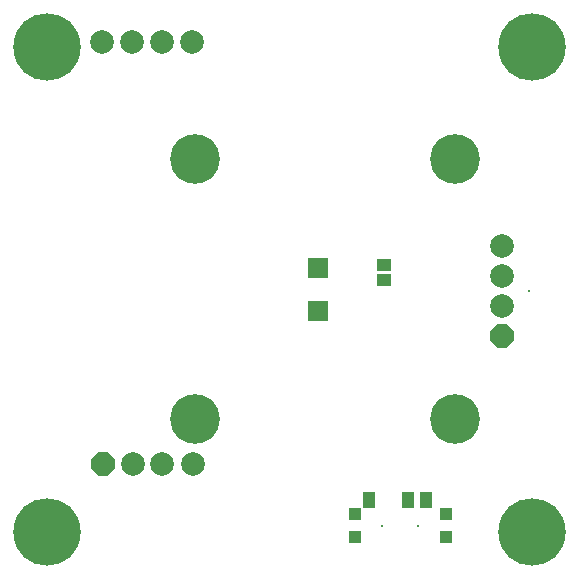
<source format=gts>
G04 Layer_Color=8388736*
%FSLAX44Y44*%
%MOMM*%
G71*
G01*
G75*
%ADD25R,1.8032X1.7032*%
%ADD26R,1.1532X1.0532*%
%ADD27R,1.0032X1.1032*%
%ADD28R,1.1032X1.4532*%
%ADD29C,2.0032*%
%ADD30P,2.1683X8X112.5*%
G04:AMPARAMS|DCode=31|XSize=0.2032mm|YSize=0.2032mm|CornerRadius=0mm|HoleSize=0mm|Usage=FLASHONLY|Rotation=90.000|XOffset=0mm|YOffset=0mm|HoleType=Round|Shape=RoundedRectangle|*
%AMROUNDEDRECTD31*
21,1,0.2032,0.2032,0,0,90.0*
21,1,0.2032,0.2032,0,0,90.0*
1,1,0.0000,0.1016,0.1016*
1,1,0.0000,0.1016,-0.1016*
1,1,0.0000,-0.1016,-0.1016*
1,1,0.0000,-0.1016,0.1016*
%
%ADD31ROUNDEDRECTD31*%
%ADD32P,2.1683X8X22.5*%
%ADD33C,0.2032*%
%ADD34C,5.7032*%
%ADD35C,4.2032*%
D25*
X274000Y268000D02*
D03*
Y232000D02*
D03*
D26*
X330000Y258000D02*
D03*
Y271000D02*
D03*
D27*
X305105Y60000D02*
D03*
Y40000D02*
D03*
X382105Y60000D02*
D03*
Y40000D02*
D03*
D28*
X365605Y71750D02*
D03*
X350605D02*
D03*
X317605D02*
D03*
D29*
X91440Y459500D02*
D03*
X167640D02*
D03*
X142240D02*
D03*
X116840D02*
D03*
X430000Y286610D02*
D03*
Y261210D02*
D03*
Y235810D02*
D03*
X168100Y102000D02*
D03*
X142000D02*
D03*
X117300D02*
D03*
D30*
X430000Y210410D02*
D03*
D31*
X452800Y248510D02*
D03*
D32*
X91900Y102000D02*
D03*
D33*
X328605Y50000D02*
D03*
X358605D02*
D03*
D34*
X455000Y45000D02*
D03*
X45000D02*
D03*
X455000Y455000D02*
D03*
X45000D02*
D03*
D35*
X170000Y360000D02*
D03*
X390000D02*
D03*
Y140000D02*
D03*
X170000D02*
D03*
M02*

</source>
